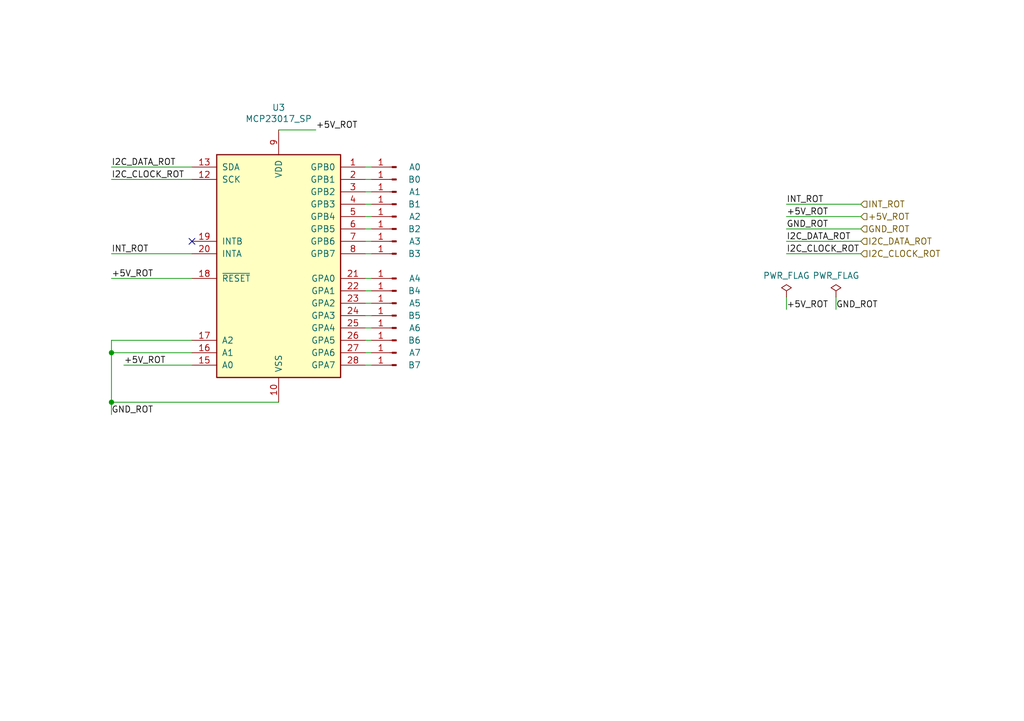
<source format=kicad_sch>
(kicad_sch (version 20211123) (generator eeschema)
  (paper "A5")
  (title_block (title "CIMDID") (date "2022-02-08") (rev "1.1") (comment 1 "@grumpydevelop@contentnation.net") (comment 2 "https://contentnation.net/en/grumpydevelop/cimdit_1"))
  (lib_symbols
    (symbol "Connector:Conn_01x01_Male" (pin_names (offset 1.016) hide)
      (property "Reference" "J" (at 0 2.54 0))
      (property "Value" "Conn_01x01_Male" (at 0 -2.54 0))
      (symbol "Conn_01x01_Male_1_1"
        (polyline (pts (xy 1.27 0) (xy 0.8636 0)) (stroke (width 0.1524)))
        (rectangle (start 0.8636 0.127) (end 0 -0.127) (stroke (width 0.1524)) (fill (type outline)))
        (pin passive line (at 5.08 0 180) (length 3.81) (name "Pin_1") (number "1"))
      )
    )
    (symbol "Interface_Expansion:MCP23017_SP" (pin_names (offset 1.016))
      (property "Reference" "U" (at -11.43 24.13 0))
      (property "Value" "MCP23017_SP" (at 0 0 0))
      (symbol "MCP23017_SP_0_1"
        (rectangle (start -12.7 22.86) (end 12.7 -22.86) (stroke (width 0.254)) (fill (type background)))
      )
      (symbol "MCP23017_SP_1_1"
        (pin bidirectional line (at 17.78 20.32 180) (length 5.08) (name "GPB0") (number "1"))
        (pin power_in line (at 0 -27.94 90) (length 5.08) (name "VSS") (number "10"))
        (pin no_connect line (at -12.7 15.24 0) (length 5.08) hide (name "NC") (number "11"))
        (pin input line (at -17.78 17.78 0) (length 5.08) (name "SCK") (number "12"))
        (pin bidirectional line (at -17.78 20.32 0) (length 5.08) (name "SDA") (number "13"))
        (pin no_connect line (at -12.7 12.7 0) (length 5.08) hide (name "NC") (number "14"))
        (pin input line (at -17.78 -20.32 0) (length 5.08) (name "A0") (number "15"))
        (pin input line (at -17.78 -17.78 0) (length 5.08) (name "A1") (number "16"))
        (pin input line (at -17.78 -15.24 0) (length 5.08) (name "A2") (number "17"))
        (pin input line (at -17.78 -2.54 0) (length 5.08) (name "~{RESET}") (number "18"))
        (pin tri_state line (at -17.78 5.08 0) (length 5.08) (name "INTB") (number "19"))
        (pin bidirectional line (at 17.78 17.78 180) (length 5.08) (name "GPB1") (number "2"))
        (pin tri_state line (at -17.78 2.54 0) (length 5.08) (name "INTA") (number "20"))
        (pin bidirectional line (at 17.78 -2.54 180) (length 5.08) (name "GPA0") (number "21"))
        (pin bidirectional line (at 17.78 -5.08 180) (length 5.08) (name "GPA1") (number "22"))
        (pin bidirectional line (at 17.78 -7.62 180) (length 5.08) (name "GPA2") (number "23"))
        (pin bidirectional line (at 17.78 -10.16 180) (length 5.08) (name "GPA3") (number "24"))
        (pin bidirectional line (at 17.78 -12.7 180) (length 5.08) (name "GPA4") (number "25"))
        (pin bidirectional line (at 17.78 -15.24 180) (length 5.08) (name "GPA5") (number "26"))
        (pin bidirectional line (at 17.78 -17.78 180) (length 5.08) (name "GPA6") (number "27"))
        (pin bidirectional line (at 17.78 -20.32 180) (length 5.08) (name "GPA7") (number "28"))
        (pin bidirectional line (at 17.78 15.24 180) (length 5.08) (name "GPB2") (number "3"))
        (pin bidirectional line (at 17.78 12.7 180) (length 5.08) (name "GPB3") (number "4"))
        (pin bidirectional line (at 17.78 10.16 180) (length 5.08) (name "GPB4") (number "5"))
        (pin bidirectional line (at 17.78 7.62 180) (length 5.08) (name "GPB5") (number "6"))
        (pin bidirectional line (at 17.78 5.08 180) (length 5.08) (name "GPB6") (number "7"))
        (pin bidirectional line (at 17.78 2.54 180) (length 5.08) (name "GPB7") (number "8"))
        (pin power_in line (at 0 27.94 270) (length 5.08) (name "VDD") (number "9"))
      )
    )
    (symbol "power:PWR_FLAG" (power) (pin_numbers hide) (pin_names (offset 0) hide)
      (property "Value" "PWR_FLAG" (at 0 3.81 0))
      (symbol "PWR_FLAG_0_0"
        (pin power_out line (at 0 0 90) (length 0) (name "pwr") (number "1"))
      )
      (symbol "PWR_FLAG_0_1"
        (polyline (pts (xy 0 0) (xy 0 1.27) (xy -1.016 1.905) (xy 0 2.54) (xy 1.016 1.905) (xy 0 1.27)))
      )
    )
  )
  (junction (at 22.86 72.39))
  (junction (at 22.86 82.55))
  (no_connect (at 39.37 49.53))
  (wire (pts (xy 39.37 52.07) (xy 22.86 52.07)))
  (wire (pts (xy 74.93 64.77) (xy 76.2 64.77)))
  (wire (pts (xy 22.86 72.39) (xy 39.37 72.39)))
  (wire (pts (xy 22.86 72.39) (xy 22.86 82.55)))
  (wire (pts (xy 74.93 72.39) (xy 76.2 72.39)))
  (wire (pts (xy 176.53 52.07) (xy 161.29 52.07)))
  (wire (pts (xy 74.93 39.37) (xy 76.2 39.37)))
  (wire (pts (xy 74.93 34.29) (xy 76.2 34.29)))
  (wire (pts (xy 74.93 74.93) (xy 76.2 74.93)))
  (wire (pts (xy 176.53 46.99) (xy 161.29 46.99)))
  (wire (pts (xy 171.45 60.96) (xy 171.45 63.5)))
  (wire (pts (xy 74.93 52.07) (xy 76.2 52.07)))
  (wire (pts (xy 74.93 44.45) (xy 76.2 44.45)))
  (wire (pts (xy 161.29 41.91) (xy 176.53 41.91)))
  (wire (pts (xy 25.4 74.93) (xy 39.37 74.93)))
  (wire (pts (xy 74.93 36.83) (xy 76.2 36.83)))
  (wire (pts (xy 22.86 85.09) (xy 22.86 82.55)))
  (wire (pts (xy 74.93 46.99) (xy 76.2 46.99)))
  (wire (pts (xy 57.15 82.55) (xy 22.86 82.55)))
  (wire (pts (xy 39.37 34.29) (xy 22.86 34.29)))
  (wire (pts (xy 74.93 57.15) (xy 76.2 57.15)))
  (wire (pts (xy 74.93 67.31) (xy 76.2 67.31)))
  (wire (pts (xy 176.53 49.53) (xy 161.29 49.53)))
  (wire (pts (xy 64.77 26.67) (xy 57.15 26.67)))
  (wire (pts (xy 74.93 41.91) (xy 76.2 41.91)))
  (wire (pts (xy 22.86 72.39) (xy 22.86 69.85)))
  (wire (pts (xy 74.93 59.69) (xy 76.2 59.69)))
  (wire (pts (xy 161.29 63.5) (xy 161.29 60.96)))
  (wire (pts (xy 74.93 49.53) (xy 76.2 49.53)))
  (wire (pts (xy 22.86 69.85) (xy 39.37 69.85)))
  (wire (pts (xy 176.53 44.45) (xy 161.29 44.45)))
  (wire (pts (xy 22.86 57.15) (xy 39.37 57.15)))
  (wire (pts (xy 74.93 62.23) (xy 76.2 62.23)))
  (wire (pts (xy 39.37 36.83) (xy 22.86 36.83)))
  (wire (pts (xy 74.93 69.85) (xy 76.2 69.85)))
  (label "+5V_ROT" (at 161.29 44.45 0))
  (label "+5V_ROT" (at 25.4 74.93 0))
  (label "INT_ROT" (at 22.86 52.07 0))
  (label "I2C_DATA_ROT" (at 161.29 49.53 0))
  (label "I2C_CLOCK_ROT" (at 161.29 52.07 0))
  (label "+5V_ROT" (at 22.86 57.15 0))
  (label "I2C_DATA_ROT" (at 22.86 34.29 0))
  (label "+5V_ROT" (at 161.29 63.5 0))
  (label "+5V_ROT" (at 64.77 26.67 0))
  (label "GND_ROT" (at 171.45 63.5 0))
  (label "I2C_CLOCK_ROT" (at 22.86 36.83 0))
  (label "INT_ROT" (at 161.29 41.91 0))
  (label "GND_ROT" (at 22.86 85.09 0))
  (label "GND_ROT" (at 161.29 46.99 0))
  (hierarchical_label "INT_ROT" (shape input) (at 176.53 41.91 0))
  (hierarchical_label "GND_ROT" (shape input) (at 176.53 46.99 0))
  (hierarchical_label "I2C_DATA_ROT" (shape input) (at 176.53 49.53 0))
  (hierarchical_label "I2C_CLOCK_ROT" (shape input) (at 176.53 52.07 0))
  (hierarchical_label "+5V_ROT" (shape input) (at 176.53 44.45 0))
  (symbol (lib_id "Interface_Expansion:MCP23017_SP") (at 57.15 54.61 0) (unit 1)
    (property "Reference" "U3" (at 57.15 22.0726 0))
    (property "Value" "MCP23017_SP" (at 57.15 24.384 0))
    (property "Footprint" "Package_DIP:DIP-28_W7.62mm" (effects hide))
    (property "Datasheet" "http://ww1.microchip.com/downloads/en/DeviceDoc/20001952C.pdf" (effects hide))
  )
  (symbol (lib_id "power:PWR_FLAG") (at 161.29 60.96 0) (unit 1)
    (property "Reference" "#FLG0103" (effects hide))
    (property "Value" "PWR_FLAG" (at 161.29 56.5658 0))
  )
  (symbol (lib_id "power:PWR_FLAG") (at 171.45 60.96 0) (unit 1)
    (property "Reference" "#FLG0104" (effects hide))
    (property "Value" "PWR_FLAG" (at 171.45 56.5658 0))
  )
  (symbol (lib_id "Connector:Conn_01x01_Male") (at 81.28 62.23 0) (mirror y) (unit 1)
    (property "Reference" "J16" (effects hide))
    (property "Value" "A5" (at 86.36 62.23 0) (effects (justify left)))
    (property "Footprint" "Connector_Pin:Pin_D0.7mm_L6.5mm_W1.8mm_FlatFork" (effects hide))
  )
  (symbol (lib_id "Connector:Conn_01x01_Male") (at 81.28 34.29 0) (mirror y) (unit 1)
    (property "Reference" "J6" (effects hide))
    (property "Value" "A0" (at 86.36 34.29 0) (effects (justify left)))
    (property "Footprint" "Connector_Pin:Pin_D0.7mm_L6.5mm_W1.8mm_FlatFork" (effects hide))
  )
  (symbol (lib_id "Connector:Conn_01x01_Male") (at 81.28 57.15 0) (mirror y) (unit 1)
    (property "Reference" "J14" (effects hide))
    (property "Value" "A4" (at 86.36 57.15 0) (effects (justify left)))
    (property "Footprint" "Connector_Pin:Pin_D0.7mm_L6.5mm_W1.8mm_FlatFork" (effects hide))
  )
  (symbol (lib_id "Connector:Conn_01x01_Male") (at 81.28 49.53 0) (mirror y) (unit 1)
    (property "Reference" "J12" (effects hide))
    (property "Value" "A3" (at 86.36 49.53 0) (effects (justify left)))
    (property "Footprint" "Connector_Pin:Pin_D0.7mm_L6.5mm_W1.8mm_FlatFork" (effects hide))
  )
  (symbol (lib_id "Connector:Conn_01x01_Male") (at 81.28 52.07 0) (mirror y) (unit 1)
    (property "Reference" "J13" (effects hide))
    (property "Value" "B3" (at 86.36 52.07 0) (effects (justify left)))
    (property "Footprint" "Connector_Pin:Pin_D0.7mm_L6.5mm_W1.8mm_FlatFork" (effects hide))
  )
  (symbol (lib_id "Connector:Conn_01x01_Male") (at 81.28 44.45 0) (mirror y) (unit 1)
    (property "Reference" "J10" (effects hide))
    (property "Value" "A2" (at 86.36 44.45 0) (effects (justify left)))
    (property "Footprint" "Connector_Pin:Pin_D0.7mm_L6.5mm_W1.8mm_FlatFork" (effects hide))
  )
  (symbol (lib_id "Connector:Conn_01x01_Male") (at 81.28 69.85 0) (mirror y) (unit 1)
    (property "Reference" "J19" (effects hide))
    (property "Value" "B6" (at 86.36 69.85 0) (effects (justify left)))
    (property "Footprint" "Connector_Pin:Pin_D0.7mm_L6.5mm_W1.8mm_FlatFork" (effects hide))
  )
  (symbol (lib_id "Connector:Conn_01x01_Male") (at 81.28 72.39 0) (mirror y) (unit 1)
    (property "Reference" "J20" (effects hide))
    (property "Value" "A7" (at 86.36 72.39 0) (effects (justify left)))
    (property "Footprint" "Connector_Pin:Pin_D0.7mm_L6.5mm_W1.8mm_FlatFork" (effects hide))
  )
  (symbol (lib_id "Connector:Conn_01x01_Male") (at 81.28 39.37 0) (mirror y) (unit 1)
    (property "Reference" "J8" (effects hide))
    (property "Value" "A1" (at 86.36 39.37 0) (effects (justify left)))
    (property "Footprint" "Connector_Pin:Pin_D0.7mm_L6.5mm_W1.8mm_FlatFork" (effects hide))
  )
  (symbol (lib_id "Connector:Conn_01x01_Male") (at 81.28 67.31 0) (mirror y) (unit 1)
    (property "Reference" "J18" (effects hide))
    (property "Value" "A6" (at 86.36 67.31 0) (effects (justify left)))
    (property "Footprint" "Connector_Pin:Pin_D0.7mm_L6.5mm_W1.8mm_FlatFork" (effects hide))
  )
  (symbol (lib_id "Connector:Conn_01x01_Male") (at 81.28 59.69 0) (mirror y) (unit 1)
    (property "Reference" "J15" (effects hide))
    (property "Value" "B4" (at 86.36 59.69 0) (effects (justify left)))
    (property "Footprint" "Connector_Pin:Pin_D0.7mm_L6.5mm_W1.8mm_FlatFork" (effects hide))
  )
  (symbol (lib_id "Connector:Conn_01x01_Male") (at 81.28 36.83 0) (mirror y) (unit 1)
    (property "Reference" "J7" (effects hide))
    (property "Value" "B0" (at 86.36 36.83 0) (effects (justify left)))
    (property "Footprint" "Connector_Pin:Pin_D0.7mm_L6.5mm_W1.8mm_FlatFork" (effects hide))
  )
  (symbol (lib_id "Connector:Conn_01x01_Male") (at 81.28 64.77 0) (mirror y) (unit 1)
    (property "Reference" "J17" (effects hide))
    (property "Value" "B5" (at 86.36 64.77 0) (effects (justify left)))
    (property "Footprint" "Connector_Pin:Pin_D0.7mm_L6.5mm_W1.8mm_FlatFork" (effects hide))
  )
  (symbol (lib_id "Connector:Conn_01x01_Male") (at 81.28 74.93 0) (mirror y) (unit 1)
    (property "Reference" "J23" (effects hide))
    (property "Value" "B7" (at 86.36 74.93 0) (effects (justify left)))
    (property "Footprint" "Connector_Pin:Pin_D0.7mm_L6.5mm_W1.8mm_FlatFork" (effects hide))
  )
  (symbol (lib_id "Connector:Conn_01x01_Male") (at 81.28 46.99 0) (mirror y) (unit 1)
    (property "Reference" "J11" (effects hide))
    (property "Value" "B2" (at 86.36 46.99 0) (effects (justify left)))
    (property "Footprint" "Connector_Pin:Pin_D0.7mm_L6.5mm_W1.8mm_FlatFork" (effects hide))
  )
  (symbol (lib_id "Connector:Conn_01x01_Male") (at 81.28 41.91 0) (mirror y) (unit 1)
    (property "Reference" "J9" (effects hide))
    (property "Value" "B1" (at 86.36 41.91 0) (effects (justify left)))
    (property "Footprint" "Connector_Pin:Pin_D0.7mm_L6.5mm_W1.8mm_FlatFork" (effects hide))
  )
)
</source>
